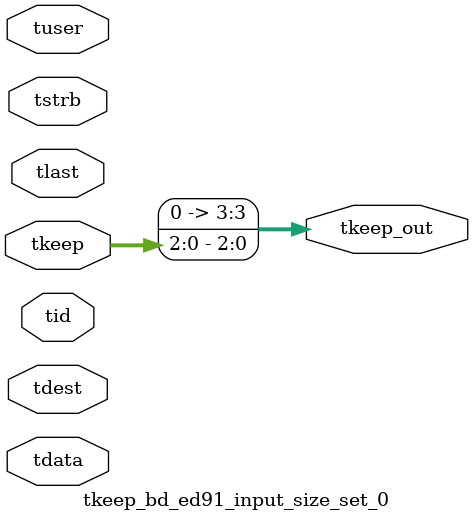
<source format=v>


`timescale 1ps/1ps

module tkeep_bd_ed91_input_size_set_0 #
(
parameter C_S_AXIS_TDATA_WIDTH = 32,
parameter C_S_AXIS_TUSER_WIDTH = 0,
parameter C_S_AXIS_TID_WIDTH   = 0,
parameter C_S_AXIS_TDEST_WIDTH = 0,
parameter C_M_AXIS_TDATA_WIDTH = 32
)
(
input  [(C_S_AXIS_TDATA_WIDTH == 0 ? 1 : C_S_AXIS_TDATA_WIDTH)-1:0     ] tdata,
input  [(C_S_AXIS_TUSER_WIDTH == 0 ? 1 : C_S_AXIS_TUSER_WIDTH)-1:0     ] tuser,
input  [(C_S_AXIS_TID_WIDTH   == 0 ? 1 : C_S_AXIS_TID_WIDTH)-1:0       ] tid,
input  [(C_S_AXIS_TDEST_WIDTH == 0 ? 1 : C_S_AXIS_TDEST_WIDTH)-1:0     ] tdest,
input  [(C_S_AXIS_TDATA_WIDTH/8)-1:0 ] tkeep,
input  [(C_S_AXIS_TDATA_WIDTH/8)-1:0 ] tstrb,
input                                                                    tlast,
output [(C_M_AXIS_TDATA_WIDTH/8)-1:0 ] tkeep_out
);

assign tkeep_out = {tkeep[2:0]};

endmodule


</source>
